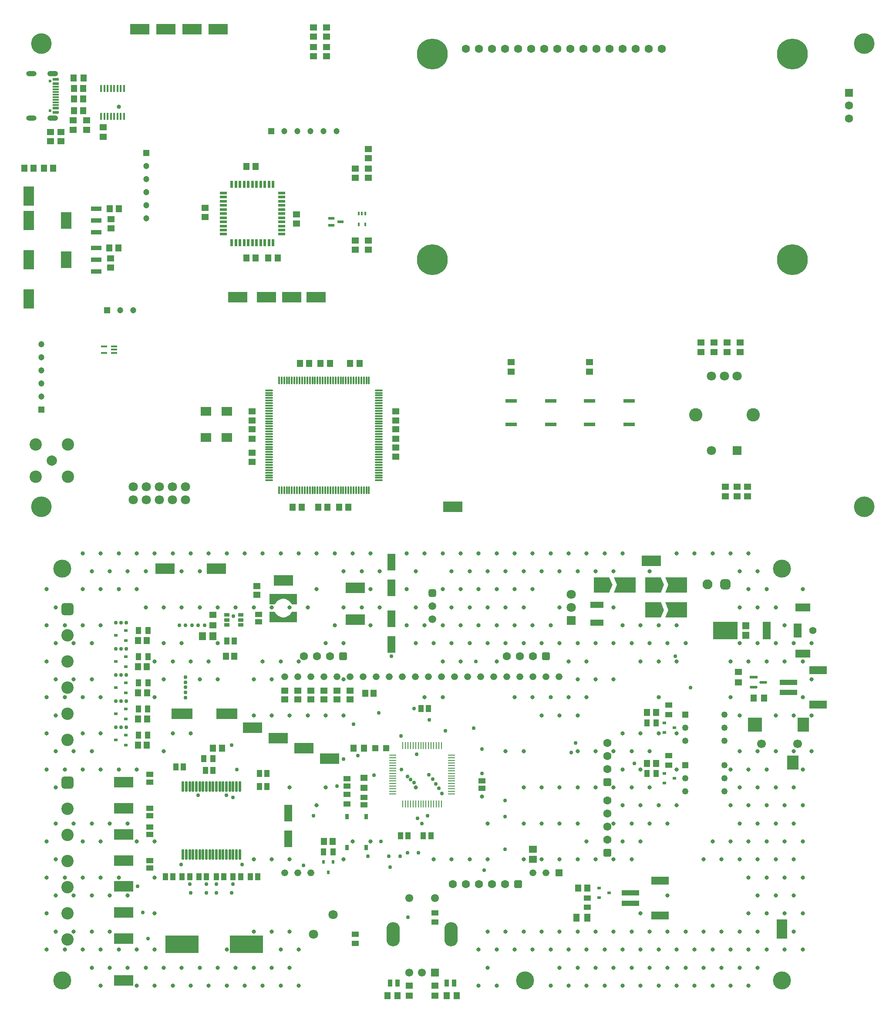
<source format=gbr>
%TF.GenerationSoftware,Altium Limited,Altium Designer,22.11.1 (43)*%
G04 Layer_Color=8388736*
%FSLAX43Y43*%
%MOMM*%
%TF.SameCoordinates,25A6F12C-B93B-4C7C-9F5B-633324915364*%
%TF.FilePolarity,Negative*%
%TF.FileFunction,Soldermask,Top*%
%TF.Part,CustomerPanel*%
G01*
G75*
%TA.AperFunction,SMDPad,CuDef*%
%ADD10R,0.355X0.795*%
G04:AMPARAMS|DCode=11|XSize=1.19mm|YSize=0.4mm|CornerRadius=0.05mm|HoleSize=0mm|Usage=FLASHONLY|Rotation=180.000|XOffset=0mm|YOffset=0mm|HoleType=Round|Shape=RoundedRectangle|*
%AMROUNDEDRECTD11*
21,1,1.190,0.300,0,0,180.0*
21,1,1.090,0.400,0,0,180.0*
1,1,0.100,-0.545,0.150*
1,1,0.100,0.545,0.150*
1,1,0.100,0.545,-0.150*
1,1,0.100,-0.545,-0.150*
%
%ADD11ROUNDEDRECTD11*%
%ADD12R,1.341X0.507*%
%ADD13R,0.507X1.341*%
%ADD14R,1.450X1.150*%
%ADD15R,1.150X1.450*%
%ADD16R,2.000X1.800*%
G04:AMPARAMS|DCode=17|XSize=0.28mm|YSize=1.47mm|CornerRadius=0.035mm|HoleSize=0mm|Usage=FLASHONLY|Rotation=0.000|XOffset=0mm|YOffset=0mm|HoleType=Round|Shape=RoundedRectangle|*
%AMROUNDEDRECTD17*
21,1,0.280,1.400,0,0,0.0*
21,1,0.210,1.470,0,0,0.0*
1,1,0.070,0.105,-0.700*
1,1,0.070,-0.105,-0.700*
1,1,0.070,-0.105,0.700*
1,1,0.070,0.105,0.700*
%
%ADD17ROUNDEDRECTD17*%
G04:AMPARAMS|DCode=18|XSize=1.47mm|YSize=0.28mm|CornerRadius=0.035mm|HoleSize=0mm|Usage=FLASHONLY|Rotation=0.000|XOffset=0mm|YOffset=0mm|HoleType=Round|Shape=RoundedRectangle|*
%AMROUNDEDRECTD18*
21,1,1.470,0.210,0,0,0.0*
21,1,1.400,0.280,0,0,0.0*
1,1,0.070,0.700,-0.105*
1,1,0.070,-0.700,-0.105*
1,1,0.070,-0.700,0.105*
1,1,0.070,0.700,0.105*
%
%ADD18ROUNDEDRECTD18*%
%ADD19R,2.199X0.771*%
%ADD20R,1.157X0.466*%
%ADD21R,2.150X0.950*%
%ADD22R,2.150X3.250*%
%ADD23R,0.355X1.455*%
%ADD24R,3.800X2.030*%
%ADD25R,2.030X3.800*%
%ADD26R,1.150X0.300*%
%ADD27R,1.150X0.600*%
%ADD28R,1.285X1.470*%
%ADD31R,1.450X1.200*%
%ADD32R,1.350X1.000*%
%ADD33R,2.000X2.000*%
%ADD34R,6.500X3.500*%
%ADD35R,1.055X1.356*%
%ADD36R,1.550X1.350*%
%ADD37R,1.356X1.055*%
%ADD39R,4.100X2.000*%
%ADD40R,1.150X1.450*%
%ADD41R,1.200X1.450*%
%ADD42R,0.700X0.600*%
%ADD43R,3.400X1.500*%
%ADD44R,3.500X1.000*%
%ADD45R,2.200X2.800*%
%ADD46R,2.800X2.800*%
G04:AMPARAMS|DCode=47|XSize=1.524mm|YSize=0.578mm|CornerRadius=0.289mm|HoleSize=0mm|Usage=FLASHONLY|Rotation=0.000|XOffset=0mm|YOffset=0mm|HoleType=Round|Shape=RoundedRectangle|*
%AMROUNDEDRECTD47*
21,1,1.524,0.000,0,0,0.0*
21,1,0.946,0.578,0,0,0.0*
1,1,0.578,0.473,0.000*
1,1,0.578,-0.473,0.000*
1,1,0.578,-0.473,0.000*
1,1,0.578,0.473,0.000*
%
%ADD47ROUNDEDRECTD47*%
%ADD48R,1.524X0.578*%
%ADD49R,1.456X1.255*%
%ADD50R,0.950X1.350*%
%ADD51R,1.250X1.550*%
G04:AMPARAMS|DCode=52|XSize=1.99mm|YSize=0.48mm|CornerRadius=0.06mm|HoleSize=0mm|Usage=FLASHONLY|Rotation=270.000|XOffset=0mm|YOffset=0mm|HoleType=Round|Shape=RoundedRectangle|*
%AMROUNDEDRECTD52*
21,1,1.990,0.360,0,0,270.0*
21,1,1.870,0.480,0,0,270.0*
1,1,0.120,-0.180,-0.935*
1,1,0.120,-0.180,0.935*
1,1,0.120,0.180,0.935*
1,1,0.120,0.180,-0.935*
%
%ADD52ROUNDEDRECTD52*%
%ADD53R,2.500X1.250*%
%ADD54R,0.700X1.000*%
%ADD55R,0.600X0.700*%
%ADD56R,1.000X1.350*%
%ADD57R,4.860X3.360*%
%ADD58R,1.400X1.390*%
G04:AMPARAMS|DCode=59|XSize=1.1mm|YSize=0.6mm|CornerRadius=0.051mm|HoleSize=0mm|Usage=FLASHONLY|Rotation=0.000|XOffset=0mm|YOffset=0mm|HoleType=Round|Shape=RoundedRectangle|*
%AMROUNDEDRECTD59*
21,1,1.100,0.498,0,0,0.0*
21,1,0.998,0.600,0,0,0.0*
1,1,0.102,0.499,-0.249*
1,1,0.102,-0.499,-0.249*
1,1,0.102,-0.499,0.249*
1,1,0.102,0.499,0.249*
%
%ADD59ROUNDEDRECTD59*%
%ADD60R,1.200X1.200*%
%ADD61R,1.050X1.450*%
%ADD62R,1.450X1.050*%
%ADD63R,1.255X1.456*%
%ADD64R,1.600X3.200*%
%ADD65R,1.341X0.279*%
%ADD66R,0.279X1.341*%
%ADD67R,1.400X1.500*%
%TA.AperFunction,ComponentPad*%
%ADD73R,1.200X1.200*%
%ADD74C,1.200*%
%ADD75C,1.600*%
%ADD76C,6.000*%
%ADD77C,1.800*%
%ADD78C,0.600*%
%ADD79C,2.600*%
%ADD80R,1.800X1.800*%
%ADD81R,1.600X1.600*%
%ADD82R,1.200X1.200*%
%ADD83C,2.400*%
%ADD84C,2.000*%
%ADD85O,2.100X1.050*%
%ADD86O,2.000X1.000*%
%TA.AperFunction,ViaPad*%
%ADD87C,0.800*%
%ADD88C,4.000*%
%TA.AperFunction,ComponentPad*%
G04:AMPARAMS|DCode=89|XSize=2.6mm|YSize=4.7mm|CornerRadius=1.3mm|HoleSize=0mm|Usage=FLASHONLY|Rotation=180.000|XOffset=0mm|YOffset=0mm|HoleType=Round|Shape=RoundedRectangle|*
%AMROUNDEDRECTD89*
21,1,2.600,2.100,0,0,180.0*
21,1,0.000,4.700,0,0,180.0*
1,1,2.600,0.000,1.050*
1,1,2.600,0.000,1.050*
1,1,2.600,0.000,-1.050*
1,1,2.600,0.000,-1.050*
%
%ADD89ROUNDEDRECTD89*%
%ADD90C,1.550*%
%ADD91R,1.550X1.550*%
%ADD92C,1.337*%
%ADD93R,1.337X1.337*%
%ADD94R,1.250X1.250*%
%ADD95C,1.250*%
%ADD96C,1.700*%
%ADD97R,3.000X1.500*%
%ADD98C,1.400*%
%ADD99R,1.500X3.500*%
%ADD100R,1.500X2.800*%
G04:AMPARAMS|DCode=101|XSize=2.4mm|YSize=2.4mm|CornerRadius=0.6mm|HoleSize=0mm|Usage=FLASHONLY|Rotation=270.000|XOffset=0mm|YOffset=0mm|HoleType=Round|Shape=RoundedRectangle|*
%AMROUNDEDRECTD101*
21,1,2.400,1.200,0,0,270.0*
21,1,1.200,2.400,0,0,270.0*
1,1,1.200,-0.600,-0.600*
1,1,1.200,-0.600,0.600*
1,1,1.200,0.600,0.600*
1,1,1.200,0.600,-0.600*
%
%ADD101ROUNDEDRECTD101*%
G04:AMPARAMS|DCode=102|XSize=1.6mm|YSize=1.6mm|CornerRadius=0.4mm|HoleSize=0mm|Usage=FLASHONLY|Rotation=180.000|XOffset=0mm|YOffset=0mm|HoleType=Round|Shape=RoundedRectangle|*
%AMROUNDEDRECTD102*
21,1,1.600,0.800,0,0,180.0*
21,1,0.800,1.600,0,0,180.0*
1,1,0.800,-0.400,0.400*
1,1,0.800,0.400,0.400*
1,1,0.800,0.400,-0.400*
1,1,0.800,-0.400,-0.400*
%
%ADD102ROUNDEDRECTD102*%
G04:AMPARAMS|DCode=103|XSize=1.5mm|YSize=1.5mm|CornerRadius=0.375mm|HoleSize=0mm|Usage=FLASHONLY|Rotation=270.000|XOffset=0mm|YOffset=0mm|HoleType=Round|Shape=RoundedRectangle|*
%AMROUNDEDRECTD103*
21,1,1.500,0.750,0,0,270.0*
21,1,0.750,1.500,0,0,270.0*
1,1,0.750,-0.375,-0.375*
1,1,0.750,-0.375,0.375*
1,1,0.750,0.375,0.375*
1,1,0.750,0.375,-0.375*
%
%ADD103ROUNDEDRECTD103*%
%ADD104C,1.500*%
%TA.AperFunction,ViaPad*%
%ADD105C,3.500*%
%TA.AperFunction,ComponentPad*%
%ADD106C,1.950*%
G04:AMPARAMS|DCode=107|XSize=1.95mm|YSize=1.95mm|CornerRadius=0.488mm|HoleSize=0mm|Usage=FLASHONLY|Rotation=180.000|XOffset=0mm|YOffset=0mm|HoleType=Round|Shape=RoundedRectangle|*
%AMROUNDEDRECTD107*
21,1,1.950,0.975,0,0,180.0*
21,1,0.975,1.950,0,0,180.0*
1,1,0.975,-0.488,0.488*
1,1,0.975,0.488,0.488*
1,1,0.975,0.488,-0.488*
1,1,0.975,-0.488,-0.488*
%
%ADD107ROUNDEDRECTD107*%
G04:AMPARAMS|DCode=108|XSize=1.6mm|YSize=1.6mm|CornerRadius=0.4mm|HoleSize=0mm|Usage=FLASHONLY|Rotation=90.000|XOffset=0mm|YOffset=0mm|HoleType=Round|Shape=RoundedRectangle|*
%AMROUNDEDRECTD108*
21,1,1.600,0.800,0,0,90.0*
21,1,0.800,1.600,0,0,90.0*
1,1,0.800,0.400,0.400*
1,1,0.800,0.400,-0.400*
1,1,0.800,-0.400,-0.400*
1,1,0.800,-0.400,0.400*
%
%ADD108ROUNDEDRECTD108*%
%TA.AperFunction,ViaPad*%
%ADD109C,0.750*%
G36*
X57364Y83602D02*
X57442Y83450D01*
X57641Y83172D01*
X57888Y82937D01*
X58176Y82752D01*
X58493Y82625D01*
X58829Y82560D01*
X59171Y82560D01*
X59506Y82625D01*
X59824Y82752D01*
X60112Y82936D01*
X60359Y83172D01*
X60558Y83450D01*
X60636Y83602D01*
X60636Y83602D01*
X61650D01*
Y81602D01*
X56350D01*
Y83602D01*
X56350Y83602D01*
X57364D01*
X57364Y83602D01*
D02*
G37*
G36*
X61650Y85102D02*
X61650Y85102D01*
X60636D01*
X60558Y85254D01*
X60359Y85532D01*
X60112Y85768D01*
X59824Y85952D01*
X59507Y86079D01*
X59171Y86144D01*
X58829Y86144D01*
X58494Y86079D01*
X58176Y85953D01*
X57888Y85768D01*
X57641Y85532D01*
X57442Y85254D01*
X57364Y85102D01*
X57364Y85102D01*
X56350D01*
Y87102D01*
X61650D01*
Y85102D01*
D02*
G37*
G36*
X123013Y88840D02*
X122401Y87340D01*
X119400Y87340D01*
Y90340D01*
X122401D01*
X123013Y88840D01*
D02*
G37*
G36*
X127512Y87340D02*
X123287D01*
X123900Y88840D01*
X123287Y90340D01*
X127512D01*
Y87340D01*
D02*
G37*
G36*
X133013Y84000D02*
X132401Y82500D01*
X129400Y82500D01*
Y85500D01*
X132401D01*
X133013Y84000D01*
D02*
G37*
G36*
Y88840D02*
X132401Y87340D01*
X129400Y87340D01*
Y90340D01*
X132401D01*
X133013Y88840D01*
D02*
G37*
G36*
X137513Y82500D02*
X133288D01*
X133900Y84000D01*
X133288Y85500D01*
X137513D01*
Y82500D01*
D02*
G37*
G36*
Y87340D02*
X133288D01*
X133900Y88840D01*
X133288Y90340D01*
X137513D01*
Y87340D01*
D02*
G37*
D10*
X74960Y161030D02*
D03*
X74310D02*
D03*
X73660D02*
D03*
Y158890D02*
D03*
X74960D02*
D03*
D11*
X24190Y133910D02*
D03*
Y135210D02*
D03*
X26110D02*
D03*
Y134560D02*
D03*
Y133910D02*
D03*
D12*
X47326Y157000D02*
D03*
Y157800D02*
D03*
Y158600D02*
D03*
Y159400D02*
D03*
Y160200D02*
D03*
Y161000D02*
D03*
Y161800D02*
D03*
Y162600D02*
D03*
Y163400D02*
D03*
Y164200D02*
D03*
Y165000D02*
D03*
X58674D02*
D03*
Y164200D02*
D03*
Y163400D02*
D03*
Y162600D02*
D03*
Y161800D02*
D03*
Y161000D02*
D03*
Y160200D02*
D03*
Y159400D02*
D03*
Y158600D02*
D03*
Y157800D02*
D03*
Y157000D02*
D03*
D13*
X49000Y166674D02*
D03*
X49800D02*
D03*
X50600D02*
D03*
X51400D02*
D03*
X52200D02*
D03*
X53000D02*
D03*
X53800D02*
D03*
X54600D02*
D03*
X55400D02*
D03*
X56200D02*
D03*
X57000D02*
D03*
Y155326D02*
D03*
X56200D02*
D03*
X55400D02*
D03*
X54600D02*
D03*
X53800D02*
D03*
X53000D02*
D03*
X52200D02*
D03*
X51400D02*
D03*
X50600D02*
D03*
X49800D02*
D03*
X49000D02*
D03*
D14*
X142730Y134120D02*
D03*
Y135920D02*
D03*
X67390Y193380D02*
D03*
Y191580D02*
D03*
X64850Y193380D02*
D03*
Y191580D02*
D03*
X73040Y167950D02*
D03*
Y169750D02*
D03*
X75580Y171760D02*
D03*
Y173560D02*
D03*
X140190Y134120D02*
D03*
Y135920D02*
D03*
X147810Y134120D02*
D03*
Y135920D02*
D03*
X145000Y106100D02*
D03*
Y107900D02*
D03*
X149250Y106100D02*
D03*
Y107900D02*
D03*
X147250Y106100D02*
D03*
Y107900D02*
D03*
X73040Y153980D02*
D03*
Y155780D02*
D03*
X118562Y132110D02*
D03*
Y130310D02*
D03*
X103322Y132110D02*
D03*
Y130310D02*
D03*
X13713Y175040D02*
D03*
Y176840D02*
D03*
X15749Y175040D02*
D03*
Y176840D02*
D03*
X67390Y195390D02*
D03*
Y197190D02*
D03*
X64850Y195390D02*
D03*
Y197190D02*
D03*
X75580Y153980D02*
D03*
Y155780D02*
D03*
X80920Y115570D02*
D03*
Y113770D02*
D03*
Y120770D02*
D03*
Y122570D02*
D03*
X52920Y120770D02*
D03*
Y122570D02*
D03*
Y112770D02*
D03*
Y114570D02*
D03*
Y119070D02*
D03*
Y117270D02*
D03*
X80920Y119070D02*
D03*
Y117270D02*
D03*
X43830Y162130D02*
D03*
Y160330D02*
D03*
X61610Y159060D02*
D03*
Y160860D02*
D03*
X75580Y167950D02*
D03*
Y169750D02*
D03*
X145270Y135920D02*
D03*
Y134120D02*
D03*
X25398Y150485D02*
D03*
Y152285D02*
D03*
X25530Y158105D02*
D03*
Y159905D02*
D03*
X20800Y177300D02*
D03*
Y179100D02*
D03*
X18100Y177300D02*
D03*
Y179100D02*
D03*
X24000Y177740D02*
D03*
Y175940D02*
D03*
D15*
X18277Y181007D02*
D03*
X20077D02*
D03*
X12450Y169800D02*
D03*
X14250D02*
D03*
X20092Y183262D02*
D03*
X18292D02*
D03*
X10440Y169800D02*
D03*
X8640D02*
D03*
X69870Y103920D02*
D03*
X71670D02*
D03*
X60770D02*
D03*
X62570D02*
D03*
X73820Y131920D02*
D03*
X72020D02*
D03*
X64070D02*
D03*
X62270D02*
D03*
X66270D02*
D03*
X68070D02*
D03*
X65770Y103920D02*
D03*
X67570D02*
D03*
X51820Y152340D02*
D03*
X53620D02*
D03*
X51820Y170120D02*
D03*
X53620D02*
D03*
X57900Y152340D02*
D03*
X56100D02*
D03*
X26950Y154320D02*
D03*
X25150D02*
D03*
X27014Y161940D02*
D03*
X25214D02*
D03*
X20070Y185294D02*
D03*
X18270D02*
D03*
D16*
X48000Y117460D02*
D03*
Y122540D02*
D03*
X44000D02*
D03*
Y117460D02*
D03*
D17*
X58170Y107250D02*
D03*
X58670D02*
D03*
X59170D02*
D03*
X59670D02*
D03*
X60170D02*
D03*
X60670D02*
D03*
X61170D02*
D03*
X61670D02*
D03*
X62170D02*
D03*
X62670D02*
D03*
X63170D02*
D03*
X63670D02*
D03*
X64170D02*
D03*
X64670D02*
D03*
X65170D02*
D03*
X65670D02*
D03*
X66170D02*
D03*
X66670D02*
D03*
X67170D02*
D03*
X67670D02*
D03*
X68170D02*
D03*
X68670D02*
D03*
X69170D02*
D03*
X69670D02*
D03*
X70170D02*
D03*
X70670D02*
D03*
X71170D02*
D03*
X71670D02*
D03*
X72170D02*
D03*
X72670D02*
D03*
X73170D02*
D03*
X73670D02*
D03*
X74170D02*
D03*
X74670D02*
D03*
X75170D02*
D03*
X75670D02*
D03*
Y128590D02*
D03*
X75170D02*
D03*
X74670D02*
D03*
X74170D02*
D03*
X73670D02*
D03*
X73170D02*
D03*
X72670D02*
D03*
X72170D02*
D03*
X71670D02*
D03*
X71170D02*
D03*
X70670D02*
D03*
X70170D02*
D03*
X69670D02*
D03*
X69170D02*
D03*
X68670D02*
D03*
X68170D02*
D03*
X67670D02*
D03*
X67170D02*
D03*
X66670D02*
D03*
X66170D02*
D03*
X65670D02*
D03*
X65170D02*
D03*
X64670D02*
D03*
X64170D02*
D03*
X63670D02*
D03*
X63170D02*
D03*
X62670D02*
D03*
X62170D02*
D03*
X61670D02*
D03*
X61170D02*
D03*
X60670D02*
D03*
X60170D02*
D03*
X59670D02*
D03*
X59170D02*
D03*
X58670D02*
D03*
X58170D02*
D03*
D18*
X56250Y126670D02*
D03*
Y126170D02*
D03*
Y125670D02*
D03*
Y125170D02*
D03*
Y124670D02*
D03*
Y124170D02*
D03*
Y123670D02*
D03*
Y123170D02*
D03*
Y122670D02*
D03*
Y122170D02*
D03*
Y121670D02*
D03*
Y121170D02*
D03*
Y120670D02*
D03*
Y120170D02*
D03*
Y119670D02*
D03*
Y119170D02*
D03*
Y118670D02*
D03*
Y118170D02*
D03*
Y117670D02*
D03*
Y117170D02*
D03*
Y116670D02*
D03*
Y116170D02*
D03*
Y115670D02*
D03*
Y115170D02*
D03*
Y114670D02*
D03*
Y114170D02*
D03*
Y113670D02*
D03*
Y113170D02*
D03*
Y112670D02*
D03*
Y112170D02*
D03*
Y111670D02*
D03*
Y111170D02*
D03*
Y110670D02*
D03*
Y110170D02*
D03*
Y109670D02*
D03*
Y109170D02*
D03*
X77590D02*
D03*
Y109670D02*
D03*
Y110170D02*
D03*
Y110670D02*
D03*
Y111170D02*
D03*
Y111670D02*
D03*
Y112170D02*
D03*
Y112670D02*
D03*
Y113170D02*
D03*
Y113670D02*
D03*
Y114170D02*
D03*
Y114670D02*
D03*
Y115170D02*
D03*
Y115670D02*
D03*
Y116170D02*
D03*
Y116670D02*
D03*
Y117170D02*
D03*
Y117670D02*
D03*
Y118170D02*
D03*
Y118670D02*
D03*
Y119170D02*
D03*
Y119670D02*
D03*
Y120170D02*
D03*
Y120670D02*
D03*
Y121170D02*
D03*
Y121670D02*
D03*
Y122170D02*
D03*
Y122670D02*
D03*
Y123170D02*
D03*
Y123670D02*
D03*
Y124170D02*
D03*
Y124670D02*
D03*
Y125170D02*
D03*
Y125670D02*
D03*
Y126170D02*
D03*
Y126670D02*
D03*
D19*
X118562Y124570D02*
D03*
Y120070D02*
D03*
X126258D02*
D03*
Y124570D02*
D03*
X103322D02*
D03*
Y120070D02*
D03*
X111018D02*
D03*
Y124570D02*
D03*
D20*
X70106Y159400D02*
D03*
X68354Y158750D02*
D03*
Y160050D02*
D03*
D21*
X22600Y149720D02*
D03*
Y152020D02*
D03*
Y154320D02*
D03*
Y157340D02*
D03*
Y159640D02*
D03*
Y161940D02*
D03*
D22*
X16800Y152020D02*
D03*
Y159640D02*
D03*
D23*
X28019Y179870D02*
D03*
X27384D02*
D03*
X26749D02*
D03*
X26114D02*
D03*
X25479D02*
D03*
X24844D02*
D03*
X24209D02*
D03*
X23574D02*
D03*
Y185313D02*
D03*
X24209D02*
D03*
X24844D02*
D03*
X25479D02*
D03*
X26114D02*
D03*
X26749D02*
D03*
X27384D02*
D03*
X28019D02*
D03*
D24*
X65420Y144720D02*
D03*
X60670Y144720D02*
D03*
X55750D02*
D03*
X50180Y144720D02*
D03*
X92000Y104000D02*
D03*
X31130Y196790D02*
D03*
X41290D02*
D03*
X46370Y196790D02*
D03*
X36210D02*
D03*
X28000Y12000D02*
D03*
X130600Y93500D02*
D03*
X59000Y89699D02*
D03*
X46000Y92000D02*
D03*
X73000Y82079D02*
D03*
X36000Y92000D02*
D03*
X73000Y88300D02*
D03*
X28000Y50560D02*
D03*
Y40400D02*
D03*
Y45480D02*
D03*
Y35320D02*
D03*
X68000Y55100D02*
D03*
X63000Y57100D02*
D03*
X58000Y59100D02*
D03*
X53000Y61100D02*
D03*
X28000Y20120D02*
D03*
Y25200D02*
D03*
Y30280D02*
D03*
D25*
X9540Y152020D02*
D03*
Y144400D02*
D03*
Y159640D02*
D03*
Y164405D02*
D03*
X156000Y22000D02*
D03*
D26*
X14755Y185615D02*
D03*
Y185115D02*
D03*
Y184615D02*
D03*
Y182115D02*
D03*
Y182615D02*
D03*
Y183115D02*
D03*
Y184115D02*
D03*
Y183615D02*
D03*
D27*
Y181465D02*
D03*
Y186265D02*
D03*
Y180665D02*
D03*
Y187065D02*
D03*
D28*
X18197Y187326D02*
D03*
X20143D02*
D03*
D31*
X45300Y81002D02*
D03*
Y83002D02*
D03*
X88500Y11000D02*
D03*
Y9000D02*
D03*
X83500Y11000D02*
D03*
Y9000D02*
D03*
X74700Y51400D02*
D03*
Y49400D02*
D03*
X147500Y69950D02*
D03*
Y71950D02*
D03*
D32*
X88500Y25127D02*
D03*
Y23327D02*
D03*
X73000Y21000D02*
D03*
Y19200D02*
D03*
X118100Y28000D02*
D03*
Y26200D02*
D03*
X71425Y46326D02*
D03*
Y48126D02*
D03*
D33*
X121125Y88840D02*
D03*
X126000D02*
D03*
X131125D02*
D03*
X136000D02*
D03*
X131125Y84000D02*
D03*
X136000D02*
D03*
D34*
X51848Y19000D02*
D03*
X39348D02*
D03*
D35*
X87202Y64800D02*
D03*
X85750D02*
D03*
X83250Y40100D02*
D03*
X81798D02*
D03*
X86248D02*
D03*
X87700D02*
D03*
X54400Y52190D02*
D03*
X55852D02*
D03*
X54400Y49700D02*
D03*
X55852D02*
D03*
X36100Y32150D02*
D03*
X37552D02*
D03*
X54026D02*
D03*
X52574D02*
D03*
X49250D02*
D03*
X50702D02*
D03*
X49452Y78000D02*
D03*
X48000D02*
D03*
X39564Y53500D02*
D03*
X38112D02*
D03*
X43848Y52800D02*
D03*
X45300D02*
D03*
X44050Y32150D02*
D03*
X42598D02*
D03*
X46000D02*
D03*
X47452D02*
D03*
X40800D02*
D03*
X39348D02*
D03*
D36*
X107590Y37450D02*
D03*
Y35500D02*
D03*
D37*
X97600Y49320D02*
D03*
Y50772D02*
D03*
X54200Y81674D02*
D03*
Y83126D02*
D03*
X71425Y49750D02*
D03*
Y51201D02*
D03*
X33075Y35320D02*
D03*
Y33868D02*
D03*
Y45480D02*
D03*
Y44028D02*
D03*
Y50560D02*
D03*
Y52012D02*
D03*
Y40348D02*
D03*
Y41800D02*
D03*
X74700Y47600D02*
D03*
Y46148D02*
D03*
D39*
X48000Y63780D02*
D03*
X39300D02*
D03*
D40*
X47100Y57100D02*
D03*
X45350D02*
D03*
X116350Y29950D02*
D03*
X118100D02*
D03*
X66885Y39000D02*
D03*
X68635D02*
D03*
X131500Y64100D02*
D03*
X129750D02*
D03*
X131500Y54200D02*
D03*
X129750D02*
D03*
X30725Y78070D02*
D03*
X32475D02*
D03*
X30725Y72990D02*
D03*
X32475D02*
D03*
X30775Y67910D02*
D03*
X32525D02*
D03*
X30725Y57750D02*
D03*
X32475D02*
D03*
X30775Y62830D02*
D03*
X32525D02*
D03*
D41*
X79250Y9000D02*
D03*
X81250D02*
D03*
X92750D02*
D03*
X90750D02*
D03*
X72700Y57100D02*
D03*
X74700D02*
D03*
X150500Y66900D02*
D03*
X152500D02*
D03*
D42*
X122400Y29000D02*
D03*
X120400Y28050D02*
D03*
Y29950D02*
D03*
X133100Y52250D02*
D03*
Y50350D02*
D03*
X135100Y51300D02*
D03*
X133100Y62050D02*
D03*
Y60150D02*
D03*
X135100Y61100D02*
D03*
X26400Y68860D02*
D03*
X28400Y69810D02*
D03*
Y67910D02*
D03*
X26400Y73940D02*
D03*
X28400Y74890D02*
D03*
Y72990D02*
D03*
X26400Y79020D02*
D03*
X28400Y79970D02*
D03*
Y78070D02*
D03*
Y57750D02*
D03*
Y59650D02*
D03*
X26400Y58700D02*
D03*
X28400Y62830D02*
D03*
Y64730D02*
D03*
X26400Y63780D02*
D03*
D43*
X132300Y31350D02*
D03*
Y24650D02*
D03*
X163025Y65600D02*
D03*
Y72300D02*
D03*
D44*
X126550Y29000D02*
D03*
Y27000D02*
D03*
X157275Y67950D02*
D03*
Y69950D02*
D03*
D45*
X158100Y54300D02*
D03*
X160100Y61700D02*
D03*
D46*
X150700D02*
D03*
D47*
X152300Y69950D02*
D03*
X150480Y69000D02*
D03*
D48*
Y70900D02*
D03*
D49*
X53882Y88626D02*
D03*
Y86974D02*
D03*
X72030Y68277D02*
D03*
Y66625D02*
D03*
X69490Y68277D02*
D03*
Y66625D02*
D03*
X66950Y68277D02*
D03*
Y66625D02*
D03*
X64410Y68277D02*
D03*
Y66625D02*
D03*
X61870Y68277D02*
D03*
Y66625D02*
D03*
X59330Y68277D02*
D03*
Y66625D02*
D03*
D50*
X92250Y11500D02*
D03*
X90750D02*
D03*
X79750D02*
D03*
X81250D02*
D03*
D51*
X118100Y24200D02*
D03*
X116050D02*
D03*
D52*
X50550Y36480D02*
D03*
X49900D02*
D03*
X49250D02*
D03*
X48600D02*
D03*
X47950D02*
D03*
X47300D02*
D03*
X46650D02*
D03*
X46000D02*
D03*
X45350D02*
D03*
X44700D02*
D03*
X44050D02*
D03*
X43400D02*
D03*
X42750D02*
D03*
X42100D02*
D03*
X41450D02*
D03*
X40800D02*
D03*
X40150D02*
D03*
X39500D02*
D03*
Y49700D02*
D03*
X40150D02*
D03*
X40800D02*
D03*
X41450D02*
D03*
X42100D02*
D03*
X42750D02*
D03*
X43400D02*
D03*
X44050D02*
D03*
X44700D02*
D03*
X45350D02*
D03*
X46000D02*
D03*
X46650D02*
D03*
X47300D02*
D03*
X47950D02*
D03*
X48600D02*
D03*
X49250D02*
D03*
X49900D02*
D03*
X50550D02*
D03*
D53*
X120000Y84950D02*
D03*
Y81550D02*
D03*
D54*
X71425Y37800D02*
D03*
Y43800D02*
D03*
X75125Y37800D02*
D03*
Y43800D02*
D03*
D55*
X67760Y33021D02*
D03*
X66810Y35021D02*
D03*
X68710D02*
D03*
D56*
X68660Y37000D02*
D03*
X66860D02*
D03*
X129700Y62050D02*
D03*
X131500D02*
D03*
X129700Y52250D02*
D03*
X131500D02*
D03*
X32625Y59650D02*
D03*
X30825D02*
D03*
X32625Y64730D02*
D03*
X30825D02*
D03*
X32675Y69810D02*
D03*
X30875D02*
D03*
X32675Y74890D02*
D03*
X30875D02*
D03*
X32675Y79970D02*
D03*
X30875D02*
D03*
D57*
X145000Y80000D02*
D03*
D58*
X148982Y80918D02*
D03*
X148982Y79082D02*
D03*
D59*
X50700Y83002D02*
D03*
Y82052D02*
D03*
Y81102D02*
D03*
X48000D02*
D03*
Y82052D02*
D03*
Y83002D02*
D03*
D60*
X78991Y57100D02*
D03*
X76891D02*
D03*
D61*
X43500Y55100D02*
D03*
X45350D02*
D03*
D62*
X134000Y53840D02*
D03*
Y55690D02*
D03*
Y65490D02*
D03*
Y63640D02*
D03*
D63*
X76600Y67823D02*
D03*
X74948D02*
D03*
X49500Y75000D02*
D03*
X47848D02*
D03*
D64*
X80000Y88300D02*
D03*
Y93300D02*
D03*
Y82300D02*
D03*
Y77300D02*
D03*
X59960Y39498D02*
D03*
Y44498D02*
D03*
D65*
X80326Y55750D02*
D03*
Y55250D02*
D03*
Y54750D02*
D03*
Y54250D02*
D03*
Y53750D02*
D03*
Y53250D02*
D03*
Y52750D02*
D03*
Y52250D02*
D03*
Y51750D02*
D03*
Y51250D02*
D03*
Y50750D02*
D03*
Y50250D02*
D03*
Y49750D02*
D03*
Y49250D02*
D03*
Y48750D02*
D03*
Y48250D02*
D03*
X91674D02*
D03*
Y48750D02*
D03*
Y49250D02*
D03*
Y49750D02*
D03*
Y50250D02*
D03*
Y50750D02*
D03*
Y51250D02*
D03*
Y51750D02*
D03*
Y52250D02*
D03*
Y52750D02*
D03*
Y53250D02*
D03*
Y53750D02*
D03*
Y54250D02*
D03*
Y54750D02*
D03*
Y55250D02*
D03*
Y55750D02*
D03*
D66*
X82250Y46326D02*
D03*
X82750D02*
D03*
X83250D02*
D03*
X83750D02*
D03*
X84250D02*
D03*
X84750D02*
D03*
X85250D02*
D03*
X85750D02*
D03*
X86250D02*
D03*
X86750D02*
D03*
X87250D02*
D03*
X87750D02*
D03*
X88250D02*
D03*
X88750D02*
D03*
X89250D02*
D03*
X89750D02*
D03*
Y57674D02*
D03*
X89250D02*
D03*
X88750D02*
D03*
X88250D02*
D03*
X87750D02*
D03*
X87250D02*
D03*
X86750D02*
D03*
X86250D02*
D03*
X85750D02*
D03*
X85250D02*
D03*
X84750D02*
D03*
X84250D02*
D03*
X83750D02*
D03*
X83250D02*
D03*
X82750D02*
D03*
X82250D02*
D03*
D67*
X45300Y78900D02*
D03*
X43300D02*
D03*
D73*
X24780Y142180D02*
D03*
X56650Y177000D02*
D03*
D74*
X27320Y142180D02*
D03*
X29860D02*
D03*
X12000Y135620D02*
D03*
Y133080D02*
D03*
Y130540D02*
D03*
Y128000D02*
D03*
Y125460D02*
D03*
X32400Y160060D02*
D03*
Y162600D02*
D03*
Y165140D02*
D03*
Y167680D02*
D03*
Y170220D02*
D03*
X69350Y177000D02*
D03*
X66810D02*
D03*
X64270D02*
D03*
X61730D02*
D03*
X59190D02*
D03*
D75*
X94520Y193000D02*
D03*
X97060D02*
D03*
X99600D02*
D03*
X102140D02*
D03*
X104680D02*
D03*
X107220D02*
D03*
X109760D02*
D03*
X112300D02*
D03*
X114840D02*
D03*
X117380D02*
D03*
X119920D02*
D03*
X122460D02*
D03*
X125000D02*
D03*
X127540D02*
D03*
X130080D02*
D03*
X132620D02*
D03*
X169000Y182000D02*
D03*
Y179500D02*
D03*
X68080Y75000D02*
D03*
X65540D02*
D03*
X63000D02*
D03*
X107590D02*
D03*
X105050D02*
D03*
X102510D02*
D03*
X92000Y30700D02*
D03*
X94540D02*
D03*
X99620D02*
D03*
X102160D02*
D03*
X97080D02*
D03*
X122000Y41920D02*
D03*
Y39380D02*
D03*
Y44460D02*
D03*
Y47000D02*
D03*
Y58120D02*
D03*
Y55580D02*
D03*
Y53040D02*
D03*
D76*
X88020Y192000D02*
D03*
Y152000D02*
D03*
X158020D02*
D03*
Y192000D02*
D03*
D77*
X40020Y107890D02*
D03*
Y105350D02*
D03*
X37480Y107890D02*
D03*
Y105350D02*
D03*
X34940D02*
D03*
Y107890D02*
D03*
X32400Y105350D02*
D03*
Y107890D02*
D03*
X29860Y105350D02*
D03*
Y107890D02*
D03*
X142290Y114920D02*
D03*
X147290Y129420D02*
D03*
X144790D02*
D03*
X142290D02*
D03*
X64900Y21000D02*
D03*
X68710Y24810D02*
D03*
X115000Y84460D02*
D03*
Y87000D02*
D03*
D78*
X13680Y186755D02*
D03*
Y180975D02*
D03*
D79*
X150390Y121920D02*
D03*
X139190D02*
D03*
D80*
X147290Y114920D02*
D03*
X115000Y81920D02*
D03*
D81*
X169000Y184500D02*
D03*
D82*
X12000Y122920D02*
D03*
X32400Y172760D02*
D03*
D83*
X10850Y116150D02*
D03*
Y109850D02*
D03*
X17150D02*
D03*
Y116150D02*
D03*
X17000Y20000D02*
D03*
Y25080D02*
D03*
Y35240D02*
D03*
Y45400D02*
D03*
Y40320D02*
D03*
Y30160D02*
D03*
X17000Y58700D02*
D03*
Y63780D02*
D03*
Y73940D02*
D03*
Y79020D02*
D03*
Y68860D02*
D03*
D84*
X14000Y113000D02*
D03*
D85*
X14180Y179545D02*
D03*
Y188185D02*
D03*
D86*
X10000Y179545D02*
D03*
Y188185D02*
D03*
D87*
X27000Y181801D02*
D03*
X97600Y47761D02*
D03*
X149500Y95000D02*
D03*
X151250Y91500D02*
D03*
X146000Y95000D02*
D03*
X147750Y91500D02*
D03*
X142500Y95000D02*
D03*
X139000D02*
D03*
X135500D02*
D03*
Y81000D02*
D03*
X137250Y77500D02*
D03*
X135500Y74000D02*
D03*
Y60000D02*
D03*
Y53000D02*
D03*
Y46000D02*
D03*
X132000Y81000D02*
D03*
X133750Y77500D02*
D03*
X132000Y74000D02*
D03*
Y67000D02*
D03*
Y60000D02*
D03*
Y46000D02*
D03*
X133750Y42500D02*
D03*
X130250Y91500D02*
D03*
X128500Y81000D02*
D03*
X130250Y77500D02*
D03*
X128500Y74000D02*
D03*
Y60000D02*
D03*
X130250Y56500D02*
D03*
X128500Y53000D02*
D03*
X130250Y49500D02*
D03*
X128500Y46000D02*
D03*
X130250Y42500D02*
D03*
X128500Y39000D02*
D03*
X125000Y95000D02*
D03*
Y81000D02*
D03*
X126750Y77500D02*
D03*
X125000Y60000D02*
D03*
X126750Y56500D02*
D03*
X125000Y53000D02*
D03*
X126750Y49500D02*
D03*
X125000Y46000D02*
D03*
X126750Y42500D02*
D03*
X125000Y39000D02*
D03*
X126750Y35500D02*
D03*
X121500Y95000D02*
D03*
X123250Y91500D02*
D03*
Y84500D02*
D03*
Y77500D02*
D03*
Y70500D02*
D03*
Y56500D02*
D03*
Y49500D02*
D03*
Y42500D02*
D03*
Y35500D02*
D03*
X118000Y95000D02*
D03*
X119750Y91500D02*
D03*
Y77500D02*
D03*
X118000Y74000D02*
D03*
X119750Y70500D02*
D03*
X118000Y67000D02*
D03*
X119750Y56500D02*
D03*
Y49500D02*
D03*
X118000Y39000D02*
D03*
X119750Y35500D02*
D03*
X114500Y95000D02*
D03*
X116250Y91500D02*
D03*
Y77500D02*
D03*
X114500Y74000D02*
D03*
X116250Y70500D02*
D03*
X114500Y67000D02*
D03*
X116250Y63500D02*
D03*
Y56500D02*
D03*
Y49500D02*
D03*
Y42500D02*
D03*
Y35500D02*
D03*
X111000Y95000D02*
D03*
X112750Y91500D02*
D03*
Y84500D02*
D03*
X111000Y81000D02*
D03*
X112750Y77500D02*
D03*
X111000Y67000D02*
D03*
X112750Y63500D02*
D03*
Y49500D02*
D03*
Y42500D02*
D03*
Y35500D02*
D03*
X107500Y95000D02*
D03*
X109250Y91500D02*
D03*
X107500Y88000D02*
D03*
Y81000D02*
D03*
X109250Y77500D02*
D03*
X107500Y67000D02*
D03*
X109250Y63500D02*
D03*
Y49500D02*
D03*
Y42500D02*
D03*
Y35500D02*
D03*
X104000Y95000D02*
D03*
X105750Y91500D02*
D03*
X104000Y88000D02*
D03*
X105750Y84500D02*
D03*
X104000Y81000D02*
D03*
X105750Y77500D02*
D03*
X104000Y67000D02*
D03*
X105750Y56500D02*
D03*
Y49500D02*
D03*
Y42500D02*
D03*
Y35500D02*
D03*
X100500Y95000D02*
D03*
X102250Y91500D02*
D03*
X100500Y88000D02*
D03*
X102250Y84500D02*
D03*
X100500Y81000D02*
D03*
X102250Y77500D02*
D03*
X100500Y74000D02*
D03*
X102250Y56500D02*
D03*
X97000Y95000D02*
D03*
X98750Y91500D02*
D03*
X97000Y88000D02*
D03*
X98750Y84500D02*
D03*
X97000Y81000D02*
D03*
X98750Y77500D02*
D03*
Y42500D02*
D03*
Y35500D02*
D03*
X93500Y95000D02*
D03*
X95250Y91500D02*
D03*
X93500Y88000D02*
D03*
X95250Y84500D02*
D03*
X93500Y81000D02*
D03*
X95250Y77500D02*
D03*
X93500Y74000D02*
D03*
X95250Y35500D02*
D03*
X90000Y95000D02*
D03*
X91750Y91500D02*
D03*
X90000Y88000D02*
D03*
X91750Y84500D02*
D03*
X90000Y81000D02*
D03*
X91750Y77500D02*
D03*
X90000Y74000D02*
D03*
Y67000D02*
D03*
X91750Y35500D02*
D03*
X86500Y95000D02*
D03*
Y81000D02*
D03*
X88250Y77500D02*
D03*
X86500Y67000D02*
D03*
X88250Y35500D02*
D03*
X83000Y95000D02*
D03*
X84750Y91500D02*
D03*
X83000Y88000D02*
D03*
X84750Y84500D02*
D03*
X83000Y81000D02*
D03*
X84750Y77500D02*
D03*
Y49500D02*
D03*
X76000Y95000D02*
D03*
X77750Y91500D02*
D03*
X76000Y88000D02*
D03*
X77750Y84500D02*
D03*
X76000Y81000D02*
D03*
Y39000D02*
D03*
X72500Y95000D02*
D03*
X74250Y91500D02*
D03*
Y84500D02*
D03*
X72500Y39000D02*
D03*
X69000Y95000D02*
D03*
X70750Y91500D02*
D03*
Y84500D02*
D03*
X69000Y81000D02*
D03*
X70750Y77500D02*
D03*
Y70500D02*
D03*
Y63500D02*
D03*
Y35500D02*
D03*
X65500Y95000D02*
D03*
Y88000D02*
D03*
X67250Y77500D02*
D03*
Y63500D02*
D03*
Y49500D02*
D03*
X65500Y46000D02*
D03*
X62000Y95000D02*
D03*
X63750Y84500D02*
D03*
X62000Y74000D02*
D03*
X63750Y63500D02*
D03*
X58500Y95000D02*
D03*
X60250Y84500D02*
D03*
X58500Y74000D02*
D03*
X60250Y63500D02*
D03*
Y49500D02*
D03*
X55000Y95000D02*
D03*
X56750Y84500D02*
D03*
X55000Y74000D02*
D03*
X56750Y70500D02*
D03*
Y63500D02*
D03*
X51500Y95000D02*
D03*
X53250Y84500D02*
D03*
Y70500D02*
D03*
Y63500D02*
D03*
X48000Y95000D02*
D03*
X49750Y84500D02*
D03*
X44500Y95000D02*
D03*
X46250Y84500D02*
D03*
Y77500D02*
D03*
X44500Y74000D02*
D03*
X46250Y70500D02*
D03*
X41000Y95000D02*
D03*
X42750Y91500D02*
D03*
Y84500D02*
D03*
X41000Y74000D02*
D03*
X42750Y70500D02*
D03*
X41000Y60000D02*
D03*
X37500Y95000D02*
D03*
X39250Y91500D02*
D03*
Y84500D02*
D03*
Y77500D02*
D03*
X37500Y74000D02*
D03*
Y60000D02*
D03*
X34000Y95000D02*
D03*
X35750Y84500D02*
D03*
Y77500D02*
D03*
X34000Y74000D02*
D03*
X35750Y70500D02*
D03*
X34000Y67000D02*
D03*
X35750Y56500D02*
D03*
X30500Y95000D02*
D03*
X32250Y91500D02*
D03*
X30500Y88000D02*
D03*
X32250Y84500D02*
D03*
X30500Y53000D02*
D03*
X27000Y95000D02*
D03*
X28750Y91500D02*
D03*
X27000Y88000D02*
D03*
Y53000D02*
D03*
X23500Y95000D02*
D03*
X25250Y91500D02*
D03*
X23500Y88000D02*
D03*
Y81000D02*
D03*
Y67000D02*
D03*
Y60000D02*
D03*
Y53000D02*
D03*
X20000Y95000D02*
D03*
X21750Y91500D02*
D03*
X20000Y88000D02*
D03*
Y81000D02*
D03*
X21750Y77500D02*
D03*
Y70500D02*
D03*
X20000Y67000D02*
D03*
Y60000D02*
D03*
X21750Y56500D02*
D03*
X20000Y53000D02*
D03*
X16500Y81000D02*
D03*
X18250Y77500D02*
D03*
Y70500D02*
D03*
X16500Y67000D02*
D03*
X18250Y56500D02*
D03*
X16500Y53000D02*
D03*
X13000Y88000D02*
D03*
X14750Y84500D02*
D03*
X13000Y81000D02*
D03*
X14750Y77500D02*
D03*
X13000Y74000D02*
D03*
X14750Y70500D02*
D03*
X13000Y67000D02*
D03*
X14750Y63500D02*
D03*
X13000Y60000D02*
D03*
X14750Y56500D02*
D03*
X13000Y53000D02*
D03*
X14750Y49500D02*
D03*
X46250Y14500D02*
D03*
X147750Y77500D02*
D03*
X48000Y18000D02*
D03*
X37500Y11000D02*
D03*
X151250Y42500D02*
D03*
X21750Y28500D02*
D03*
X133750Y21500D02*
D03*
X25250Y14500D02*
D03*
X58500Y18000D02*
D03*
X34000D02*
D03*
X39250Y14500D02*
D03*
X56750Y21500D02*
D03*
Y35500D02*
D03*
X146000Y11000D02*
D03*
X151250Y21500D02*
D03*
X100500Y11000D02*
D03*
X51500D02*
D03*
X30500Y39000D02*
D03*
X105750Y21500D02*
D03*
X154750Y28500D02*
D03*
X25250D02*
D03*
X23500Y32000D02*
D03*
X126750Y14500D02*
D03*
X149500Y11000D02*
D03*
X147750Y56500D02*
D03*
X18250Y42500D02*
D03*
X154750D02*
D03*
X160000Y67000D02*
D03*
X100500Y18000D02*
D03*
X160000Y88000D02*
D03*
X149500Y25000D02*
D03*
X151250Y84500D02*
D03*
X14750Y28500D02*
D03*
X133750D02*
D03*
X140750Y35500D02*
D03*
X62000Y11000D02*
D03*
X21750Y42500D02*
D03*
X156500Y25000D02*
D03*
X20000Y32000D02*
D03*
X149500Y88000D02*
D03*
X151250Y56500D02*
D03*
X62000Y18000D02*
D03*
X126750Y21500D02*
D03*
X23500Y39000D02*
D03*
Y18000D02*
D03*
X161750Y70500D02*
D03*
X25250Y42500D02*
D03*
X149500Y53000D02*
D03*
X153000Y18000D02*
D03*
X114500Y11000D02*
D03*
X130250Y14500D02*
D03*
X20000Y39000D02*
D03*
X147750Y35500D02*
D03*
X149500Y39000D02*
D03*
X160000Y53000D02*
D03*
X28750Y28500D02*
D03*
X158250Y56500D02*
D03*
X161750Y63500D02*
D03*
X151250Y14500D02*
D03*
X53250D02*
D03*
X97000Y11000D02*
D03*
X14750Y21500D02*
D03*
X156500Y46000D02*
D03*
X21750Y21500D02*
D03*
X123250D02*
D03*
X114500Y18000D02*
D03*
X30500D02*
D03*
X149500Y32000D02*
D03*
X139000Y18000D02*
D03*
X18250Y21500D02*
D03*
X130250D02*
D03*
X125000Y18000D02*
D03*
X137250Y14500D02*
D03*
X32250D02*
D03*
X146000Y67000D02*
D03*
X112750Y21500D02*
D03*
X146000Y53000D02*
D03*
X21750Y14500D02*
D03*
X161750Y56500D02*
D03*
X98750Y14500D02*
D03*
X97000Y18000D02*
D03*
X149500Y46000D02*
D03*
X161750Y77500D02*
D03*
X160000Y18000D02*
D03*
X60250Y14500D02*
D03*
X149500Y18000D02*
D03*
X151250Y35500D02*
D03*
X34000Y39000D02*
D03*
X119750Y14500D02*
D03*
X56750D02*
D03*
X44500Y11000D02*
D03*
X112750Y14500D02*
D03*
X18250Y28500D02*
D03*
X53250Y21500D02*
D03*
X151250Y28500D02*
D03*
X128500Y11000D02*
D03*
X146000Y46000D02*
D03*
X35750Y14500D02*
D03*
X147750Y63500D02*
D03*
X156500Y18000D02*
D03*
X133750Y14500D02*
D03*
X121500Y11000D02*
D03*
X16500Y32000D02*
D03*
X146000Y39000D02*
D03*
X20000Y18000D02*
D03*
X53250Y35500D02*
D03*
X27000Y18000D02*
D03*
X158250Y77500D02*
D03*
X154750Y49500D02*
D03*
X13000Y25000D02*
D03*
X135500Y11000D02*
D03*
X28750Y14500D02*
D03*
X153000Y39000D02*
D03*
Y53000D02*
D03*
X158250Y42500D02*
D03*
Y28500D02*
D03*
X160000Y46000D02*
D03*
X156500Y32000D02*
D03*
X14750Y35500D02*
D03*
X154750Y84500D02*
D03*
X34000Y25000D02*
D03*
X116250Y21500D02*
D03*
X147750Y49500D02*
D03*
X146000Y74000D02*
D03*
X160000Y25000D02*
D03*
X153000Y88000D02*
D03*
X118000Y18000D02*
D03*
X104000D02*
D03*
X111000D02*
D03*
X135500D02*
D03*
X121500D02*
D03*
X146000D02*
D03*
X144250Y14500D02*
D03*
X132000Y18000D02*
D03*
X153000Y46000D02*
D03*
X142500Y39000D02*
D03*
X158250Y63500D02*
D03*
X153000Y25000D02*
D03*
X154750Y77500D02*
D03*
X48000Y11000D02*
D03*
X34000D02*
D03*
X144250Y21500D02*
D03*
X119750D02*
D03*
X128500Y18000D02*
D03*
X23500Y11000D02*
D03*
X116250Y14500D02*
D03*
X156500Y74000D02*
D03*
X14750Y42500D02*
D03*
X30500Y11000D02*
D03*
X49750Y14500D02*
D03*
X25250Y21500D02*
D03*
X160000Y32000D02*
D03*
X153000D02*
D03*
X142500Y18000D02*
D03*
X102250Y21500D02*
D03*
X151250Y77500D02*
D03*
X144250Y35500D02*
D03*
X55000Y11000D02*
D03*
X98750Y21500D02*
D03*
X160000Y39000D02*
D03*
X42750Y14500D02*
D03*
X142500Y11000D02*
D03*
X158250Y35500D02*
D03*
X118000Y11000D02*
D03*
X158250Y21500D02*
D03*
X156500Y81000D02*
D03*
X58500Y11000D02*
D03*
X41000D02*
D03*
X147750Y84500D02*
D03*
X123250Y14500D02*
D03*
X151250Y49500D02*
D03*
X111000Y11000D02*
D03*
X13000Y32000D02*
D03*
X137250Y21500D02*
D03*
X154750Y56500D02*
D03*
X158250Y49500D02*
D03*
X27000Y32000D02*
D03*
X147750Y14500D02*
D03*
X60250Y35500D02*
D03*
X107500Y18000D02*
D03*
X34000Y32000D02*
D03*
X13000Y39000D02*
D03*
X140750Y14500D02*
D03*
X139000Y11000D02*
D03*
X16500Y18000D02*
D03*
X147750Y21500D02*
D03*
X109250D02*
D03*
X128500Y25000D02*
D03*
X13000Y18000D02*
D03*
X154750Y35500D02*
D03*
X153000Y74000D02*
D03*
X140750Y21500D02*
D03*
X154750Y63500D02*
D03*
X132000Y11000D02*
D03*
X147750Y42500D02*
D03*
X156500Y39000D02*
D03*
X28750Y42500D02*
D03*
X125000Y11000D02*
D03*
X149500Y74000D02*
D03*
X160000D02*
D03*
X60250Y21500D02*
D03*
D88*
X172000Y104000D02*
D03*
X12000D02*
D03*
Y194000D02*
D03*
X172000D02*
D03*
D89*
X80400Y21000D02*
D03*
X91600D02*
D03*
D90*
X83500Y13500D02*
D03*
X86000D02*
D03*
X83500Y28000D02*
D03*
X88500D02*
D03*
D91*
Y13500D02*
D03*
D92*
X59330Y32950D02*
D03*
X64410D02*
D03*
X61870D02*
D03*
X72030Y71050D02*
D03*
X82190D02*
D03*
X79650D02*
D03*
X77110D02*
D03*
X74570D02*
D03*
X69490D02*
D03*
X66950D02*
D03*
X64410D02*
D03*
X61870D02*
D03*
X59330D02*
D03*
X110130Y32950D02*
D03*
X107590D02*
D03*
X84730Y71050D02*
D03*
X112670D02*
D03*
X99970D02*
D03*
X94890D02*
D03*
X92350D02*
D03*
X89810D02*
D03*
X87270D02*
D03*
X102510D02*
D03*
X105050D02*
D03*
X107590D02*
D03*
X97430D02*
D03*
X110130D02*
D03*
D93*
X112670Y32950D02*
D03*
D94*
X137190Y63640D02*
D03*
Y53840D02*
D03*
D95*
Y61100D02*
D03*
Y58560D02*
D03*
X144810D02*
D03*
Y61100D02*
D03*
Y63640D02*
D03*
X137190Y51300D02*
D03*
Y48760D02*
D03*
X144810D02*
D03*
Y51300D02*
D03*
Y53840D02*
D03*
D96*
X159000Y58000D02*
D03*
X152000D02*
D03*
D97*
X160000Y75500D02*
D03*
Y84500D02*
D03*
D98*
X162000Y80000D02*
D03*
D99*
X153000D02*
D03*
D100*
X159000D02*
D03*
D101*
X17000Y50480D02*
D03*
X17000Y84100D02*
D03*
D102*
X70620Y75000D02*
D03*
X110130D02*
D03*
X104700Y30700D02*
D03*
D103*
X88000Y87300D02*
D03*
D104*
Y84760D02*
D03*
Y82220D02*
D03*
D105*
X106000Y12000D02*
D03*
X16000Y92000D02*
D03*
X156000D02*
D03*
X16000Y12000D02*
D03*
X156000D02*
D03*
D106*
X141500Y89000D02*
D03*
D107*
X145000D02*
D03*
D108*
X122000Y36840D02*
D03*
Y50500D02*
D03*
D109*
X84916Y55911D02*
D03*
X69490Y49800D02*
D03*
X70748Y55000D02*
D03*
X102160Y47000D02*
D03*
Y43824D02*
D03*
Y37450D02*
D03*
X79800Y34000D02*
D03*
X79485Y36100D02*
D03*
X78000Y39000D02*
D03*
X81700Y36100D02*
D03*
X75500D02*
D03*
X87034Y44000D02*
D03*
X72700Y61800D02*
D03*
X77600Y64000D02*
D03*
X84469Y64800D02*
D03*
X97600Y52213D02*
D03*
X89839Y48322D02*
D03*
X83153Y51654D02*
D03*
X81953Y53010D02*
D03*
X83245Y24282D02*
D03*
X38795Y80967D02*
D03*
X40021D02*
D03*
X41248D02*
D03*
X42474D02*
D03*
X43700D02*
D03*
X26419Y81500D02*
D03*
X27444D02*
D03*
X28469D02*
D03*
X26419Y76420D02*
D03*
X27444D02*
D03*
X28469D02*
D03*
X26419Y71340D02*
D03*
X27444D02*
D03*
X28469D02*
D03*
X26419Y66260D02*
D03*
X27444D02*
D03*
X28469D02*
D03*
Y61180D02*
D03*
X27444D02*
D03*
X26419D02*
D03*
X138190Y68895D02*
D03*
X88373Y25127D02*
D03*
X98100Y33388D02*
D03*
X62895Y34386D02*
D03*
X80000Y75000D02*
D03*
X83153Y36840D02*
D03*
X85260D02*
D03*
X37498Y19000D02*
D03*
X39349D02*
D03*
X41200D02*
D03*
X49000Y57682D02*
D03*
X76607Y51913D02*
D03*
X84469Y50426D02*
D03*
X83783Y51010D02*
D03*
X72700Y57100D02*
D03*
X73500Y55694D02*
D03*
X135250Y75000D02*
D03*
X87381Y62668D02*
D03*
X87299Y51962D02*
D03*
X88043Y51078D02*
D03*
X96470Y73984D02*
D03*
X40800Y30700D02*
D03*
X44050D02*
D03*
X46000D02*
D03*
X49250D02*
D03*
X89263Y49335D02*
D03*
X88626Y50201D02*
D03*
X39098Y34491D02*
D03*
X31700Y25200D02*
D03*
X32700Y20120D02*
D03*
X51000Y34491D02*
D03*
X49000Y29000D02*
D03*
X46000D02*
D03*
X44050D02*
D03*
X41000D02*
D03*
X115000Y56246D02*
D03*
X42400Y48000D02*
D03*
X39960Y66961D02*
D03*
Y67959D02*
D03*
Y68946D02*
D03*
Y69948D02*
D03*
Y70949D02*
D03*
X96000Y61000D02*
D03*
X97600Y57000D02*
D03*
X49300Y82749D02*
D03*
X90500Y60500D02*
D03*
X127275Y54200D02*
D03*
X115816Y58120D02*
D03*
X64900Y44000D02*
D03*
X81900Y59500D02*
D03*
X86000Y42500D02*
D03*
X85100Y43500D02*
D03*
X47902Y48000D02*
D03*
X50000Y53000D02*
D03*
X49250Y47600D02*
D03*
X30700Y30280D02*
D03*
%TF.MD5,87b9585debf0033d99c623d726a09ca2*%
M02*

</source>
